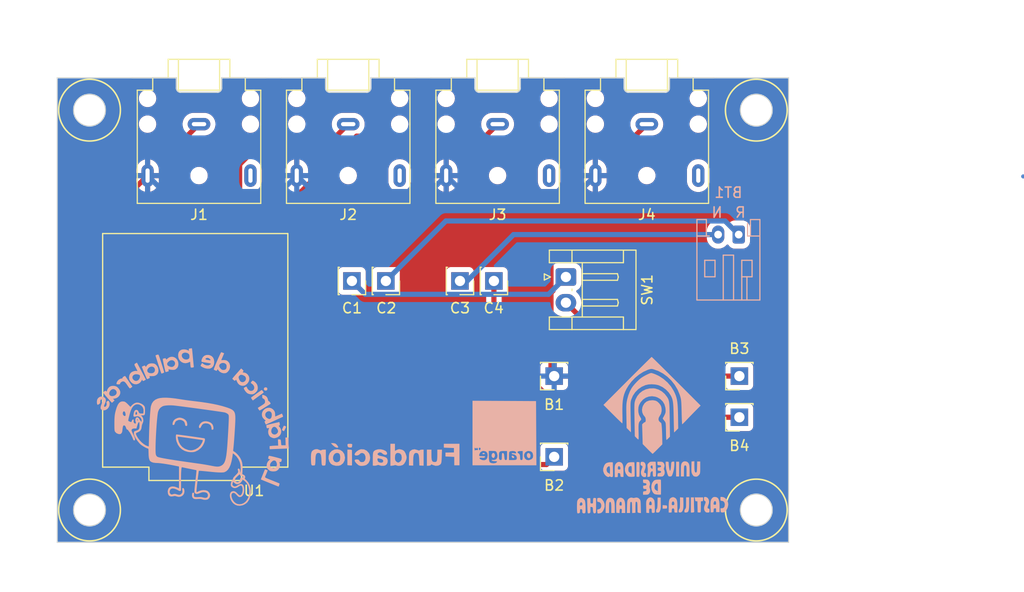
<source format=kicad_pcb>
(kicad_pcb (version 20221018) (generator pcbnew)
  (layers (0 "F.Cu" signal) (31 "B.Cu" signal) (34 "B.Paste" user) (35 "F.Paste" user) (36 "B.SilkS" user "B.Silkscreen") (37 "F.SilkS" user "F.Silkscreen") (38 "B.Mask" user) (39 "F.Mask" user) (44 "Edge.Cuts" user))
  (net 0 "")
  (net 1 "+BATT")
  (net 2 "GND")
  (net 3 "Net-(U1-GPIO1)")
  (net 4 "GND2")
  (net 5 "Net-(U1-GPIO2)")
  (net 6 "Net-(U1-GPIO3)")
  (net 7 "Net-(U1-GPIO4)")
  (net 8 "Net-(J7-Pin_1)")
  (net 9 "GND1")
  (net 10 "Net-(J9-Pin_1)")
  (net 11 "+5V")
  (footprint "Connector_PinSocket_2.54mm:PinSocket_1x01_P2.54mm_Vertical" (layer "F.Cu") (at 136.18 76.2 -90)
    (fp_text reference "C2" (at 2.6416 -0.0402) (layer "F.SilkS"))
    (fp_text value "con_bat_tp4056_pos")
    (pad "1" thru_hole rect (at 0 0 270) (size 1.7 1.7) (drill 1) (layers "*.Cu" "*.Mask") (net 1 "+BATT"))
  )
  (footprint "Connector_PinSocket_2.54mm:PinSocket_1x01_P2.54mm_Vertical" (layer "F.Cu") (at 146.68 76.2 -90)
    (fp_text reference "C4" (at 2.6416 0.0204) (layer "F.SilkS"))
    (fp_text value "con_bat_neg")
    (pad "1" thru_hole rect (at 0 0 270) (size 1.7 1.7) (drill 1) (layers "*.Cu" "*.Mask") (net 9 "GND1"))
  )
  (footprint "Connector_PinSocket_2.54mm:PinSocket_1x01_P2.54mm_Vertical" (layer "F.Cu") (at 152.5356 85.4456 180)
    (fp_text reference "B1" (at 0 -2.77) (layer "F.SilkS"))
    (fp_text value "Conn_01x01")
    (pad "1" thru_hole rect (at 0 0 180) (size 1.7 1.7) (drill 1) (layers "*.Cu" "*.Mask") (net 4 "GND2"))
  )
  (footprint "Connector_PinSocket_2.54mm:PinSocket_1x01_P2.54mm_Vertical" (layer "F.Cu") (at 143.38 76.2 -90)
    (fp_text reference "C3" (at 2.6416 -0.003) (layer "F.SilkS"))
    (fp_text value "con_bat_tp4056_neg")
    (pad "1" thru_hole rect (at 0 0 270) (size 1.7 1.7) (drill 1) (layers "*.Cu" "*.Mask") (net 2 "GND"))
  )
  (footprint "Connector_PinSocket_2.54mm:PinSocket_1x01_P2.54mm_Vertical" (layer "F.Cu") (at 170.5356 85.4456 180)
    (fp_text reference "B3" (at 0 2.667) (layer "F.SilkS"))
    (fp_text value "Conn_01x01")
    (pad "1" thru_hole rect (at 0 0 180) (size 1.7 1.7) (drill 1) (layers "*.Cu" "*.Mask") (net 10 "Net-(J9-Pin_1)"))
  )
  (footprint "Connector_Audio:Jack_3.5mm_CUI_SJ1-3523N_Horizontal" (layer "F.Cu") (at 147.04 60.96 180)
    (fp_text reference "J3" (at 0 -8.8) (layer "F.SilkS"))
    (fp_text value "AudioJack2")
    (fp_line (start -2.2 3.5) (end -2.2 4.5) (stroke (width 0.12)) (layer "Edge.Cuts"))
    (fp_line (start -2.2 4.5) (end -6.5 4.5) (stroke (width 0.12)) (layer "Edge.Cuts"))
    (fp_line (start 1.8 3.1) (end -1.8 3.1) (stroke (width 0.12)) (layer "Edge.Cuts"))
    (fp_line (start 2.2 3.5) (end 2.2 4.5) (stroke (width 0.12)) (layer "Edge.Cuts"))
    (fp_line (start 2.2 4.5) (end 6.5 4.5) (stroke (width 0.12)) (layer "Edge.Cuts"))
    (fp_arc (start -2.2 3.5) (mid -2.082843 3.217158) (end -1.8 3.1) (stroke (width 0.12)) (layer "Edge.Cuts"))
    (fp_arc (start 1.8 3.1) (mid 2.082843 3.217157) (end 2.2 3.5) (stroke (width 0.12)) (layer "Edge.Cuts"))
    (pad "" np_thru_hole circle (at -5 0 180) (size 1.2 1.2) (drill 1.2) (layers "F&B.Cu" "*.Mask"))
    (pad "" np_thru_hole circle (at -5 2.5 180) (size 1.2 1.2) (drill 1.2) (layers "F&B.Cu" "*.Mask"))
    (pad "" np_thru_hole circle (at 0 -5 180) (size 1.2 1.2) (drill 1.2) (layers "F&B.Cu" "*.Mask"))
    (pad "" np_thru_hole circle (at 5 0 180) (size 1.2 1.2) (drill 1.2) (layers "F&B.Cu" "*.Mask"))
    (pad "" np_thru_hole circle (at 5 2.5 180) (size 1.2 1.2) (drill 1.2) (layers "F&B.Cu" "*.Mask"))
    (pad "R" thru_hole oval (at -5 -5 180) (size 1.2 2.2) (drill oval 0.4 1.4) (layers "*.Cu" "*.Mask"))
    (pad "S" thru_hole oval (at 0 0 180) (size 2.2 1.2) (drill oval 1.4 0.4) (layers "*.Cu" "*.Mask") (net 6 "Net-(U1-GPIO3)"))
    (pad "T" thru_hole oval (at 5 -5) (size 1.2 2.2) (drill oval 0.4 1.4) (layers "*.Cu" "*.Mask") (net 4 "GND2"))
  )
  (footprint "Connector_Audio:Jack_3.5mm_CUI_SJ1-3523N_Horizontal" (layer "F.Cu") (at 118.02 60.96 180)
    (fp_text reference "J1" (at 0 -8.8) (layer "F.SilkS"))
    (fp_text value "AudioJack2")
    (fp_line (start -2.2 3.5) (end -2.2 4.5) (stroke (width 0.12)) (layer "Edge.Cuts"))
    (fp_line (start -2.2 4.5) (end -6.5 4.5) (stroke (width 0.12)) (layer "Edge.Cuts"))
    (fp_line (start 1.8 3.1) (end -1.8 3.1) (stroke (width 0.12)) (layer "Edge.Cuts"))
    (fp_line (start 2.2 3.5) (end 2.2 4.5) (stroke (width 0.12)) (layer "Edge.Cuts"))
    (fp_line (start 2.2 4.5) (end 6.5 4.5) (stroke (width 0.12)) (layer "Edge.Cuts"))
    (fp_arc (start -2.2 3.5) (mid -2.082843 3.217158) (end -1.8 3.1) (stroke (width 0.12)) (layer "Edge.Cuts"))
    (fp_arc (start 1.8 3.1) (mid 2.082843 3.217157) (end 2.2 3.5) (stroke (width 0.12)) (layer "Edge.Cuts"))
    (pad "" np_thru_hole circle (at -5 0 180) (size 1.2 1.2) (drill 1.2) (layers "F&B.Cu" "*.Mask"))
    (pad "" np_thru_hole circle (at -5 2.5 180) (size 1.2 1.2) (drill 1.2) (layers "F&B.Cu" "*.Mask"))
    (pad "" np_thru_hole circle (at 0 -5 180) (size 1.2 1.2) (drill 1.2) (layers "F&B.Cu" "*.Mask"))
    (pad "" np_thru_hole circle (at 5 0 180) (size 1.2 1.2) (drill 1.2) (layers "F&B.Cu" "*.Mask"))
    (pad "" np_thru_hole circle (at 5 2.5 180) (size 1.2 1.2) (drill 1.2) (layers "F&B.Cu" "*.Mask"))
    (pad "R" thru_hole oval (at -5 -5 180) (size 1.2 2.2) (drill oval 0.4 1.4) (layers "*.Cu" "*.Mask"))
    (pad "S" thru_hole oval (at 0 0 180) (size 2.2 1.2) (drill oval 1.4 0.4) (layers "*.Cu" "*.Mask") (net 3 "Net-(U1-GPIO1)"))
    (pad "T" thru_hole oval (at 5 -5) (size 1.2 2.2) (drill oval 0.4 1.4) (layers "*.Cu" "*.Mask") (net 4 "GND2"))
  )
  (footprint "ESP32-C3_SUPERMINI:MODULE_ESP32-C3_SUPERMINI" (layer "F.Cu") (at 117.6528 82.9414 180)
    (fp_text reference "U1" (at -5.715 -13.6525 180) (layer "F.SilkS"))
    (fp_text value "ESP32-C3_SUPERMINI")
    (pad "0" smd rect (at 9 7.88 180) (size 4 1.5) (layers "F.Cu" "F.Paste" "F.Mask"))
    (pad "1" smd rect (at 9 5.34 180) (size 4 1.5) (layers "F.Cu" "F.Paste" "F.Mask") (net 3 "Net-(U1-GPIO1)"))
    (pad "2" smd rect (at 9 2.8 180) (size 4 1.5) (layers "F.Cu" "F.Paste" "F.Mask") (net 5 "Net-(U1-GPIO2)"))
    (pad "3" smd rect (at 9 0.26 180) (size 4 1.5) (layers "F.Cu" "F.Paste" "F.Mask") (net 6 "Net-(U1-GPIO3)"))
    (pad "3.3" smd rect (at 9 -4.82 180) (size 4 1.5) (layers "F.Cu" "F.Paste" "F.Mask"))
    (pad "4" smd rect (at 9 -2.28 180) (size 4 1.5) (layers "F.Cu" "F.Paste" "F.Mask") (net 7 "Net-(U1-GPIO4)"))
    (pad "5" smd rect (at -9 -9.9 180) (size 4 1.5) (layers "F.Cu" "F.Paste" "F.Mask"))
    (pad "5V" smd rect (at 9 -9.9 180) (size 4 1.5) (layers "F.Cu" "F.Paste" "F.Mask") (net 11 "+5V"))
    (pad "6" smd rect (at -9 -7.36 180) (size 4 1.5) (layers "F.Cu" "F.Paste" "F.Mask"))
    (pad "7" smd rect (at -9 -4.82 180) (size 4 1.5) (layers "F.Cu" "F.Paste" "F.Mask"))
    (pad "8" smd rect (at -9 -2.28 180) (size 4 1.5) (layers "F.Cu" "F.Paste" "F.Mask"))
    (pad "9" smd rect (at -9 0.26 180) (size 4 1.5) (layers "F.Cu" "F.Paste" "F.Mask"))
    (pad "10" smd rect (at -9 2.8 180) (size 4 1.5) (layers "F.Cu" "F.Paste" "F.Mask"))
    (pad "20" smd rect (at -9 5.34 180) (size 4 1.5) (layers "F.Cu" "F.Paste" "F.Mask"))
    (pad "21" smd rect (at -9 7.88 180) (size 4 1.5) (layers "F.Cu" "F.Paste" "F.Mask"))
    (pad "G" smd rect (at 9 -7.36 180) (size 4 1.5) (layers "F.Cu" "F.Paste" "F.Mask") (net 4 "GND2"))
  )
  (footprint "Connector_Audio:Jack_3.5mm_CUI_SJ1-3523N_Horizontal" (layer "F.Cu") (at 161.54 60.96 180)
    (fp_text reference "J4" (at 0 -8.8) (layer "F.SilkS"))
    (fp_text value "AudioJack2")
    (fp_line (start -2.2 3.5) (end -2.2 4.5) (stroke (width 0.12)) (layer "Edge.Cuts"))
    (fp_line (start -2.2 4.5) (end -6.5 4.5) (stroke (width 0.12)) (layer "Edge.Cuts"))
    (fp_line (start 1.8 3.1) (end -1.8 3.1) (stroke (width 0.12)) (layer "Edge.Cuts"))
    (fp_line (start 2.2 3.5) (end 2.2 4.5) (stroke (width 0.12)) (layer "Edge.Cuts"))
    (fp_line (start 2.2 4.5) (end 6.5 4.5) (stroke (width 0.12)) (layer "Edge.Cuts"))
    (fp_arc (start -2.2 3.5) (mid -2.082843 3.217158) (end -1.8 3.1) (stroke (width 0.12)) (layer "Edge.Cuts"))
    (fp_arc (start 1.8 3.1) (mid 2.082843 3.217157) (end 2.2 3.5) (stroke (width 0.12)) (layer "Edge.Cuts"))
    (pad "" np_thru_hole circle (at -5 0 180) (size 1.2 1.2) (drill 1.2) (layers "F&B.Cu" "*.Mask"))
    (pad "" np_thru_hole circle (at -5 2.5 180) (size 1.2 1.2) (drill 1.2) (layers "F&B.Cu" "*.Mask"))
    (pad "" np_thru_hole circle (at 0 -5 180) (size 1.2 1.2) (drill 1.2) (layers "F&B.Cu" "*.Mask"))
    (pad "" np_thru_hole circle (at 5 0 180) (size 1.2 1.2) (drill 1.2) (layers "F&B.Cu" "*.Mask"))
    (pad "" np_thru_hole circle (at 5 2.5 180) (size 1.2 1.2) (drill 1.2) (layers "F&B.Cu" "*.Mask"))
    (pad "R" thru_hole oval (at -5 -5 180) (size 1.2 2.2) (drill oval 0.4 1.4) (layers "*.Cu" "*.Mask"))
    (pad "S" thru_hole oval (at 0 0 180) (size 2.2 1.2) (drill oval 1.4 0.4) (layers "*.Cu" "*.Mask") (net 7 "Net-(U1-GPIO4)"))
    (pad "T" thru_hole oval (at 5 -5) (size 1.2 2.2) (drill oval 0.4 1.4) (layers "*.Cu" "*.Mask") (net 4 "GND2"))
  )
  (footprint "Connector_Audio:Jack_3.5mm_CUI_SJ1-3523N_Horizontal" (layer "F.Cu") (at 132.52 60.96 180)
    (fp_text reference "J2" (at 0 -8.8) (layer "F.SilkS"))
    (fp_text value "AudioJack2")
    (fp_line (start -2.2 3.5) (end -2.2 4.5) (stroke (width 0.12)) (layer "Edge.Cuts"))
    (fp_line (start -2.2 4.5) (end -6.5 4.5) (stroke (width 0.12)) (layer "Edge.Cuts"))
    (fp_line (start 1.8 3.1) (end -1.8 3.1) (stroke (width 0.12)) (layer "Edge.Cuts"))
    (fp_line (start 2.2 3.5) (end 2.2 4.5) (stroke (width 0.12)) (layer "Edge.Cuts"))
    (fp_line (start 2.2 4.5) (end 6.5 4.5) (stroke (width 0.12)) (layer "Edge.Cuts"))
    (fp_arc (start -2.2 3.5) (mid -2.082843 3.217158) (end -1.8 3.1) (stroke (width 0.12)) (layer "Edge.Cuts"))
    (fp_arc (start 1.8 3.1) (mid 2.082843 3.217157) (end 2.2 3.5) (stroke (width 0.12)) (layer "Edge.Cuts"))
    (pad "" np_thru_hole circle (at -5 0 180) (size 1.2 1.2) (drill 1.2) (layers "F&B.Cu" "*.Mask"))
    (pad "" np_thru_hole circle (at -5 2.5 180) (size 1.2 1.2) (drill 1.2) (layers "F&B.Cu" "*.Mask"))
    (pad "" np_thru_hole circle (at 0 -5 180) (size 1.2 1.2) (drill 1.2) (layers "F&B.Cu" "*.Mask"))
    (pad "" np_thru_hole circle (at 5 0 180) (size 1.2 1.2) (drill 1.2) (layers "F&B.Cu" "*.Mask"))
    (pad "" np_thru_hole circle (at 5 2.5 180) (size 1.2 1.2) (drill 1.2) (layers "F&B.Cu" "*.Mask"))
    (pad "R" thru_hole oval (at -5 -5 180) (size 1.2 2.2) (drill oval 0.4 1.4) (layers "*.Cu" "*.Mask"))
    (pad "S" thru_hole oval (at 0 0 180) (size 2.2 1.2) (drill oval 1.4 0.4) (layers "*.Cu" "*.Mask") (net 5 "Net-(U1-GPIO2)"))
    (pad "T" thru_hole oval (at 5 -5) (size 1.2 2.2) (drill oval 0.4 1.4) (layers "*.Cu" "*.Mask") (net 4 "GND2"))
  )
  (footprint "Connector_JST:JST_EH_S2B-EH_1x02_P2.50mm_Horizontal" (layer "F.Cu") (at 153.6775 75.8136 -90)
    (fp_text reference "SW1" (at 1.25 -7.9 90) (layer "F.SilkS"))
    (fp_text value "SW_SPST")
    (pad "1" thru_hole roundrect (at 0 0 270) (size 1.7 2) (drill 1) (layers "*.Cu" "*.Mask") (roundrect_rratio 0.1470588235) (net 8 "Net-(J7-Pin_1)"))
    (pad "2" thru_hole oval (at 2.5 0 270) (size 1.7 2) (drill 1) (layers "*.Cu" "*.Mask") (net 10 "Net-(J9-Pin_1)"))
  )
  (footprint "Connector_PinSocket_2.54mm:PinSocket_1x01_P2.54mm_Vertical" (layer "F.Cu") (at 132.88 76.2 -90)
    (fp_text reference "C1" (at 2.6416 -0.0128) (layer "F.SilkS"))
    (fp_text value "con_out_pos")
    (pad "1" thru_hole rect (at 0 0 270) (size 1.7 1.7) (drill 1) (layers "*.Cu" "*.Mask") (net 8 "Net-(J7-Pin_1)"))
  )
  (footprint "Connector_PinSocket_2.54mm:PinSocket_1x01_P2.54mm_Vertical" (layer "F.Cu") (at 152.5356 93.2956 180)
    (fp_text reference "B2" (at 0 -2.77) (layer "F.SilkS"))
    (fp_text value "Conn_01x01")
    (pad "1" thru_hole rect (at 0 0 180) (size 1.7 1.7) (drill 1) (layers "*.Cu" "*.Mask") (net 11 "+5V"))
  )
  (footprint "Connector_PinSocket_2.54mm:PinSocket_1x01_P2.54mm_Vertical" (layer "F.Cu") (at 170.5356 89.4456 180)
    (fp_text reference "B4" (at 0 -2.77) (layer "F.SilkS"))
    (fp_text value "Conn_01x01")
    (pad "1" thru_hole rect (at 0 0 180) (size 1.7 1.7) (drill 1) (layers "*.Cu" "*.Mask") (net 9 "GND1"))
  )
  (footprint "LOGO" (layer "B.Cu") (at 117.418564 91.629635 180)
    (fp_text reference "G***" hide)
    (fp_text value "LOGO" hide)
  )
  (footprint "LOGO" (layer "B.Cu") (at 139.21562 91.643487 180)
    (fp_text reference "G***" hide)
    (fp_text value "LOGO" hide)
  )
  (footprint "Connector_JST:JST_PH_S2B-PH-K_1x02_P2.00mm_Horizontal" (layer "B.Cu") (at 170.4688 71.6926 180)
    (fp_text reference "BT1" (at 1 4.08) (layer "B.SilkS") (effects (justify mirror)))
    (fp_text value "Battery_Cell")
    (pad "1" thru_hole roundrect (at 0 0 180) (size 1.2 1.75) (drill 0.75) (layers "*.Cu" "*.Mask") (roundrect_rratio 0.2083333333) (net 1 "+BATT"))
    (pad "2" thru_hole oval (at 2 0 180) (size 1.2 1.75) (drill 0.75) (layers "*.Cu" "*.Mask") (net 2 "GND"))
  )
  (footprint "LOGO" (layer "B.Cu") (at 162.060925 91.524933 180)
    (fp_text reference "G***" hide)
    (fp_text value "LOGO" hide)
  )
  (gr_circle (center 198.12 66.04) (end 198.12 66.04) (stroke (width 0.2)) (fill none) (layer "B.Cu"))
  (gr_circle (center 172.18 98.46) (end 175.18 98.46) (stroke (width 0.15)) (fill none) (layer "F.SilkS"))
  (gr_circle (center 107.38 59.6) (end 110.38 59.6) (stroke (width 0.15)) (fill none) (layer "F.SilkS"))
  (gr_circle (center 172.18 59.6) (end 175.18 59.6) (stroke (width 0.15)) (fill none) (layer "F.SilkS"))
  (gr_circle (center 107.38 98.46) (end 110.38 98.46) (stroke (width 0.15)) (fill none) (layer "F.SilkS"))
  (gr_circle (center 172.18 59.6) (end 173.73 59.6) (stroke (width 0.1)) (fill none) (layer "Edge.Cuts"))
  (gr_line (start 175.32 101.6) (end 104.24 101.6) (stroke (width 0.1)) (layer "Edge.Cuts"))
  (gr_circle (center 107.38 59.6) (end 108.93 59.6) (stroke (width 0.1)) (fill none) (layer "Edge.Cuts"))
  (gr_line (start 104.24 101.6) (end 104.24 56.46) (stroke (width 0.1)) (layer "Edge.Cuts"))
  (gr_line (start 175.32 56.46) (end 175.32 101.6) (stroke (width 0.1)) (layer "Edge.Cuts"))
  (gr_line (start 168.04 56.46) (end 175.32 56.46) (stroke (width 0.1)) (layer "Edge.Cuts"))
  (gr_line (start 124.52 56.46) (end 126.02 56.46) (stroke (width 0.1)) (layer "Edge.Cuts"))
  (gr_line (start 153.54 56.46) (end 155.04 56.46) (stroke (width 0.1)) (layer "Edge.Cuts"))
  (gr_line (start 139.02 56.46) (end 140.54 56.46) (stroke (width 0.1)) (layer "Edge.Cuts"))
  (gr_line (start 104.24 56.46) (end 111.52 56.46) (stroke (width 0.1)) (layer "Edge.Cuts"))
  (gr_circle (center 107.38 98.46) (end 108.93 98.46) (stroke (width 0.1)) (fill none) (layer "Edge.Cuts"))
  (gr_circle (center 172.18 98.46) (end 173.73 98.46) (stroke (width 0.1)) (fill none) (layer "Edge.Cuts"))
  (gr_text "R" (at 171.2362 70.1294) (layer "B.SilkS") (effects (font (size 1 1)) (justify left bottom mirror)))
  (gr_text "N" (at 168.9862 70.1294) (layer "B.SilkS") (effects (font (size 1 1)) (justify left bottom mirror)))
  (segment (start 169.1438 70.3676) (end 142.0124 70.3676) (width 0.5) (layer "B.Cu") (net 1))
  (segment (start 142.0124 70.3676) (end 136.18 76.2) (width 0.5) (layer "B.Cu") (net 1))
  (segment (start 170.4688 71.6926) (end 169.1438 70.3676) (width 0.5) (layer "B.Cu") (net 1))
  (segment (start 168.4688 71.6926) (end 148.5874 71.6926) (width 0.5) (layer "B.Cu") (net 2))
  (segment (start 148.5874 71.6926) (end 144.08 76.2) (width 0.5) (layer "B.Cu") (net 2))
  (segment (start 144.08 76.2) (end 143.38 76.2) (width 0.5) (layer "B.Cu") (net 2))
  (segment (start 116.92 70.5842) (end 116.92 62.06) (width 0.5) (layer "F.Cu") (net 3))
  (segment (start 109.9028 77.6014) (end 116.92 70.5842) (width 0.5) (layer "F.Cu") (net 3))
  (segment (start 116.92 62.06) (end 118.02 60.96) (width 0.5) (layer "F.Cu") (net 3))
  (segment (start 108.6528 77.6014) (end 109.9028 77.6014) (width 0.5) (layer "F.Cu") (net 3))
  (segment (start 106.2028 72.7772) (end 113.02 65.96) (width 0.5) (layer "F.Cu") (net 4))
  (segment (start 107.5428 90.3014) (end 106.2028 88.9614) (width 0.5) (layer "F.Cu") (net 4))
  (segment (start 152.5356 85.4456) (end 152.2275 85.1375) (width 0.5) (layer "F.Cu") (net 4))
  (segment (start 152.2275 85.1375) (end 152.2275 70.2725) (width 0.5) (layer "F.Cu") (net 4))
  (segment (start 152.2275 70.2725) (end 156.54 65.96) (width 0.5) (layer "F.Cu") (net 4))
  (segment (start 106.2028 88.9614) (end 106.2028 72.7772) (width 0.5) (layer "F.Cu") (net 4))
  (segment (start 108.6528 90.3014) (end 107.5428 90.3014) (width 0.5) (layer "F.Cu") (net 4))
  (segment (start 114.57 67.51) (end 125.97 67.51) (width 0.5) (layer "B.Cu") (net 4))
  (segment (start 142.04 65.96) (end 143.59 67.51) (width 0.5) (layer "B.Cu") (net 4))
  (segment (start 113.02 65.96) (end 114.57 67.51) (width 0.5) (layer "B.Cu") (net 4))
  (segment (start 154.99 67.51) (end 156.54 65.96) (width 0.5) (layer "B.Cu") (net 4))
  (segment (start 127.52 65.96) (end 129.07 67.51) (width 0.5) (layer "B.Cu") (net 4))
  (segment (start 143.59 67.51) (end 154.99 67.51) (width 0.5) (layer "B.Cu") (net 4))
  (segment (start 125.97 67.51) (end 127.52 65.96) (width 0.5) (layer "B.Cu") (net 4))
  (segment (start 140.49 67.51) (end 142.04 65.96) (width 0.5) (layer "B.Cu") (net 4))
  (segment (start 129.07 67.51) (end 140.49 67.51) (width 0.5) (layer "B.Cu") (net 4))
  (segment (start 131.42 62.06) (end 132.52 60.96) (width 0.5) (layer "F.Cu") (net 5))
  (segment (start 121.97 68.0742) (end 121.97 64.8724) (width 0.5) (layer "F.Cu") (net 5))
  (segment (start 108.6528 80.1414) (end 109.9028 80.1414) (width 0.5) (layer "F.Cu") (net 5))
  (segment (start 121.97 64.8724) (end 124.7824 62.06) (width 0.5) (layer "F.Cu") (net 5))
  (segment (start 109.9028 80.1414) (end 121.97 68.0742) (width 0.5) (layer "F.Cu") (net 5))
  (segment (start 124.7824 62.06) (end 131.42 62.06) (width 0.5) (layer "F.Cu") (net 5))
  (segment (start 133.336524 62.1284) (end 145.8716 62.1284) (width 0.5) (layer "F.Cu") (net 6))
  (segment (start 145.8716 62.1284) (end 147.04 60.96) (width 0.5) (layer "F.Cu") (net 6))
  (segment (start 112.783524 82.6814) (end 133.336524 62.1284) (width 0.5) (layer "F.Cu") (net 6))
  (segment (start 108.6528 82.6814) (end 112.783524 82.6814) (width 0.5) (layer "F.Cu") (net 6))
  (segment (start 111.233474 85.2214) (end 133.626474 62.8284) (width 0.5) (layer "F.Cu") (net 7))
  (segment (start 108.6528 85.2214) (end 111.233474 85.2214) (width 0.5) (layer "F.Cu") (net 7))
  (segment (start 159.6716 62.8284) (end 161.54 60.96) (width 0.5) (layer "F.Cu") (net 7))
  (segment (start 133.626474 62.8284) (end 159.6716 62.8284) (width 0.5) (layer "F.Cu") (net 7))
  (segment (start 153.6775 75.8136) (end 151.9911 77.5) (width 0.5) (layer "B.Cu") (net 8))
  (segment (start 134.18 77.5) (end 132.88 76.2) (width 0.5) (layer "B.Cu") (net 8))
  (segment (start 151.9911 77.5) (end 134.18 77.5) (width 0.5) (layer "B.Cu") (net 8))
  (segment (start 146.68 82.19) (end 146.68 76.2) (width 0.5) (layer "F.Cu") (net 9))
  (segment (start 170.5356 89.4456) (end 153.9356 89.4456) (width 0.5) (layer "F.Cu") (net 9))
  (segment (start 153.9356 89.4456) (end 146.68 82.19) (width 0.5) (layer "F.Cu") (net 9))
  (segment (start 160.8095 85.4456) (end 153.6775 78.3136) (width 0.5) (layer "F.Cu") (net 10))
  (segment (start 170.5356 85.4456) (end 160.8095 85.4456) (width 0.5) (layer "F.Cu") (net 10))
  (segment (start 151.7898 94.0414) (end 152.5356 93.2956) (width 0.5) (layer "F.Cu") (net 11))
  (segment (start 109.8528 94.0414) (end 151.7898 94.0414) (width 0.5) (layer "F.Cu") (net 11))
  (segment (start 108.6528 92.8414) (end 109.8528 94.0414) (width 0.5) (layer "F.Cu") (net 11))
  (zone (net 4) (net_name "GND2") (layers "F&B.Cu") (connect_pads (clearance 0.5)) (min_thickness 0.25) (fill yes (thermal_gap 0.5) (thermal_bridge_width 0.5))
    (polygon (pts (xy 98.806 48.895) (xy 179.451 48.895) (xy 179.324 106.045) (xy 98.679 106.426)))
  )
)
</source>
